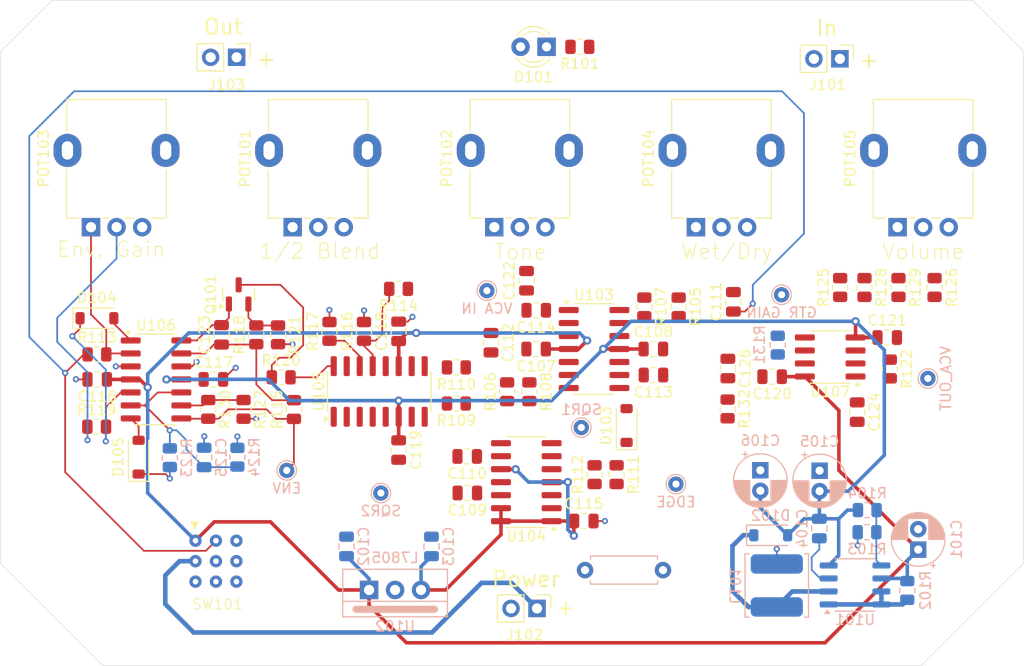
<source format=kicad_pcb>
(kicad_pcb (version 20240108) (generator "pcbnew") (generator_version "8.0")
  (layers (0 "F.Cu" signal) (1 "In1.Cu" signal) (2 "In2.Cu" signal) (31 "B.Cu" signal) (34 "B.Paste" user) (35 "F.Paste" user) (36 "B.SilkS" user "B.Silkscreen") (37 "F.SilkS" user "F.Silkscreen") (38 "B.Mask" user) (39 "F.Mask" user) (44 "Edge.Cuts" user))
  (net 0 "")
  (net 1 "GND")
  (net 2 "+9V")
  (net 3 "+5V")
  (net 4 "Net-(U101-CAP)")
  (net 5 "-9V")
  (net 6 "Net-(C109-Pad2)")
  (net 7 "/SQR1")
  (net 8 "Net-(C110-Pad2)")
  (net 9 "/SQR2")
  (net 10 "FX_IN")
  (net 11 "Net-(C111-Pad2)")
  (net 12 "Net-(U103B--)")
  (net 13 "GTR_GAIN")
  (net 14 "Net-(U103D--)")
  (net 15 "OCT_FULL")
  (net 16 "Net-(C122-Pad2)")
  (net 17 "Net-(Q101-B)")
  (net 18 "Net-(U106D--)")
  (net 19 "/OCT_VCA")
  (net 20 "Net-(C124-Pad2)")
  (net 21 "Net-(U106B--)")
  (net 22 "Net-(C126-Pad2)")
  (net 23 "Net-(C126-Pad1)")
  (net 24 "Net-(D101-K)")
  (net 25 "Net-(D102-K)")
  (net 26 "Net-(D103-A)")
  (net 27 "Net-(D103-K)")
  (net 28 "Net-(D104-A)")
  (net 29 "Net-(D104-K)")
  (net 30 "Net-(D105-K)")
  (net 31 "Net-(D105-A)")
  (net 32 "JACK_IN")
  (net 33 "JACK_OUT")
  (net 34 "Net-(POT101-Pad2)")
  (net 36 "Net-(POT102-Pad1)")
  (net 37 "Net-(POT103-Pad2)")
  (net 38 "Net-(U106A--)")
  (net 40 "Net-(POT104-Pad1)")
  (net 41 "Net-(POT104-Pad3)")
  (net 42 "Net-(POT105-Pad3)")
  (net 43 "Net-(Q101-C)")
  (net 44 "Net-(Q101-E)")
  (net 45 "Net-(U101-DRC)")
  (net 46 "Net-(U101-FB)")
  (net 47 "Net-(U103A--)")
  (net 48 "Net-(U103C--)")
  (net 49 "/Edge")
  (net 50 "Net-(U105A--)")
  (net 51 "ENV")
  (net 52 "Net-(U105A-+)")
  (net 53 "Net-(R120-Pad2)")
  (net 54 "Net-(U107A--)")
  (net 55 "Net-(U106C--)")
  (net 56 "Net-(U107B--)")
  (net 61 "Net-(U104B-D)")
  (net 62 "Net-(U104A-D)")
  (net 73 "Net-(J102-Pin_1)")
  (net 74 "Net-(U103C-+)")
  (net 75 "Net-(U103A-+)")
  (footprint "Capacitor_SMD:C_0805_2012Metric" (layer "F.Cu") (at 63.8124 36.6 180)
    (property "Reference" "C113")
    (property "Value" "1n")
  )
  (footprint "Package_SO:SOIC-16_3.9x9.9mm_P1.27mm" (layer "F.Cu") (at 37.01 38.2075 90)
    (property "Reference" "U105")
    (property "Value" "LM13700")
  )
  (footprint "Resistor_SMD:R_0805_2012Metric" (layer "F.Cu") (at 66.2762 29.9452 -90)
    (property "Reference" "R105")
    (property "Value" "10k")
  )
  (footprint "Resistor_SMD:R_0805_2012Metric" (layer "F.Cu") (at 9.425 34.59)
    (property "Reference" "R113")
    (property "Value" "22k")
  )
  (footprint "Potentiometer_THT:Potentiometer_Alpha_RD901F-40-00D_Single_Vertical" (layer "F.Cu") (at 28.55 22.149999 90)
    (property "Reference" "POT101")
    (property "Value" "100kB")
  )
  (footprint "Capacitor_SMD:C_0805_2012Metric" (layer "F.Cu") (at 75.41 36.762501 180)
    (property "Reference" "C120")
    (property "Value" "100n")
  )
  (footprint "Resistor_SMD:R_0805_2012Metric" (layer "F.Cu") (at 49.510001 38.235 90)
    (property "Reference" "R106")
    (property "Value" "47k")
  )
  (footprint "Potentiometer_THT:Potentiometer_Alpha_RD901F-40-00D_Single_Vertical" (layer "F.Cu") (at 67.9635 22.149999 90)
    (property "Reference" "POT104")
    (property "Value" "100kB")
  )
  (footprint "Capacitor_SMD:C_0805_2012Metric" (layer "F.Cu") (at 51.41 27.385 90)
    (property "Reference" "C122")
    (property "Value" "470n")
  )
  (footprint "Resistor_SMD:R_0805_2012Metric" (layer "F.Cu") (at 9.4 41.655)
    (property "Reference" "R119")
    (property "Value" "33k")
  )
  (footprint "Capacitor_SMD:C_0805_2012Metric" (layer "F.Cu") (at 52.3458 34.06 180)
    (property "Reference" "C107")
    (property "Value" "100n")
  )
  (footprint "Diode_SMD:D_SOD-123" (layer "F.Cu") (at 61.185 41.535 90)
    (property "Reference" "D103")
    (property "Value" "1N4148")
  )
  (footprint "Capacitor_SMD:C_0805_2012Metric" (layer "F.Cu") (at 21.6 32.6725 90)
    (property "Reference" "C123")
    (property "Value" "1n")
  )
  (footprint "Capacitor_SMD:C_0805_2012Metric" (layer "F.Cu") (at 71.6256 29.4477 90)
    (property "Reference" "C111")
    (property "Value" "1u")
  )
  (footprint "Resistor_SMD:R_0805_2012Metric" (layer "F.Cu") (at 38.9 28.1825 180)
    (property "Reference" "R114")
    (property "Value" "100k")
  )
  (footprint "Resistor_SMD:R_0805_2012Metric" (layer "F.Cu") (at 32.15 32.3325 90)
    (property "Reference" "R117")
    (property "Value" "680")
  )
  (footprint "Connector_PinHeader_2.54mm:PinHeader_1x02_P2.54mm_Vertical" (layer "F.Cu") (at 23.075 5.55 -90)
    (property "Reference" "J103")
    (property "Value" "OUT")
  )
  (footprint "Resistor_SMD:R_0805_2012Metric" (layer "F.Cu") (at 27.425 36.8225)
    (property "Reference" "R120")
    (property "Value" "4k7")
  )
  (footprint "Resistor_SMD:R_0805_2012Metric" (layer "F.Cu") (at 82.06 28.045 90)
    (property "Reference" "R125")
    (property "Value" "1k")
  )
  (footprint "Capacitor_SMD:C_0805_2012Metric" (layer "F.Cu") (at 45.623 48.1299 180)
    (property "Reference" "C109")
    (property "Value" "1u")
  )
  (footprint "Capacitor_SMD:C_0805_2012Metric" (layer "F.Cu") (at 9.45 37.03 180)
    (property "Reference" "C116")
    (property "Value" "100n")
  )
  (footprint "Package_SO:SO-14_3.9x8.65mm_P1.27mm" (layer "F.Cu") (at 51.385 47.0725 180)
    (property "Reference" "U104")
    (property "Value" "74HCT74")
  )
  (footprint "Package_TO_SOT_SMD:SOT-23" (layer "F.Cu") (at 23.275 28.7225 90)
    (property "Reference" "Q101")
    (property "Value" "BC857")
  )
  (footprint "Resistor_SMD:R_0805_2012Metric" (layer "F.Cu") (at 60.210001 46.3375 -90)
    (property "Reference" "R111")
    (property "Value" "47k")
  )
  (footprint "Capacitor_SMD:C_0805_2012Metric" (layer "F.Cu") (at 47.935 33.4425 -90)
    (property "Reference" "C112")
    (property "Value" "1n")
  )
  (footprint "Resistor_SMD:R_0805_2012Metric" (layer "F.Cu") (at 56.6162 4.526 180)
    (property "Reference" "R101")
    (property "Value" "1k")
  )
  (footprint "Potentiometer_THT:Potentiometer_Alpha_RD901F-40-00D_Single_Vertical" (layer "F.Cu") (at 87.67025 22.149999 90)
    (property "Reference" "POT105")
    (property "Value" "100kA")
  )
  (footprint "Connector_PinHeader_2.54mm:PinHeader_1x02_P2.54mm_Vertical" (layer "F.Cu") (at 52.435 59.4125 -90)
    (property "Reference" "J102")
    (property "Value" "PWR")
  )
  (footprint "Resistor_SMD:R_0805_2012Metric" (layer "F.Cu") (at 28.675 39.9725 90)
    (property "Reference" "R115")
    (property "Value" "100k")
  )
  (footprint "Capacitor_SMD:C_0805_2012Metric" (layer "F.Cu") (at 83.724313 40.2235 -90)
    (property "Reference" "C124")
    (property "Value" "1u")
  )
  (footprint "Capacitor_SMD:C_0805_2012Metric" (layer "F.Cu") (at 52.357001 30.2754 180)
    (property "Reference" "C114")
    (property "Value" "1u")
  )
  (footprint "Resistor_SMD:R_0805_2012Metric" (layer "F.Cu") (at 27.125 32.6725 -90)
    (property "Reference" "R121")
    (property "Value" "470")
  )
  (footprint "Resistor_SMD:R_0805_2012Metric" (layer "F.Cu") (at 44.55 39.388102 180)
    (property "Reference" "R109")
    (property "Value" "100k")
  )
  (footprint "Resistor_SMD:R_0805_2012Metric" (layer "F.Cu") (at 44.55 35.8575 180)
    (property "Reference" "R110")
    (property "Value" "1k")
  )
  (footprint "Package_SO:SOIC-8_3.9x4.9mm_P1.27mm" (layer "F.Cu") (at 81.085 34.8375 180)
    (property "Reference" "U107")
    (property "Value" "TL072")
  )
  (footprint "Resistor_SMD:R_0805_2012Metric" (layer "F.Cu") (at 35.525 32.3325 90)
    (property "Reference" "R116")
    (property "Value" "680")
  )
  (footprint "Capacitor_SMD:C_0805_2012Metric" (layer "F.Cu") (at 86.66 32.937501)
    (property "Reference" "C121")
    (property "Value" "100n")
  )
  (footprint "Resistor_SMD:R_0805_2012Metric" (layer "F.Cu") (at 58.06 46.3375 90)
    (property "Reference" "R112")
    (property "Value" "47k")
  )
  (footprint "Resistor_SMD:R_0805_2012Metric" (layer "F.Cu") (at 62.923399 29.9452 90)
    (property "Reference" "R107")
    (property "Value" "220k")
  )
  (footprint "Resistor_SMD:R_0805_2012Metric" (layer "F.Cu") (at 87.76 28.045 -90)
    (property "Reference" "R129")
    (property "Value" "100k")
  )
  (footprint "Potentiometer_THT:Potentiometer_Alpha_RD901F-40-00D_Single_Vertical" (layer "F.Cu") (at 8.84325 22.149999 90)
    (property "Reference" "POT103")
    (property "Value" "100kB")
  )
  (footprint "Capacitor_SMD:C_0805_2012Metric" (layer "F.Cu") (at 63.8012 34.06)
    (property "Reference" "C108")
    (property "Value" "100n")
  )
  (footprint "Resistor_SMD:R_0805_2012Metric" (layer "F.Cu") (at 25 32.6725 90)
    (property "Reference" "R118")
    (property "Value" "47k")
  )
  (footprint "Diode_SMD:D_SOD-123" (layer "F.Cu") (at 13.5 44.63 90)
    (property "Reference" "D105")
    (property "Value" "1N4148")
  )
  (footprint "Package_SO:SOIC-14_3.9x8.7mm_P1.27mm" (layer "F.Cu") (at 15.2 37.0325)
    (property "Reference" "U106")
    (property "Value" "TL074")
  )
  (footprint "Connector_PinHeader_2.54mm:PinHeader_1x02_P2.54mm_Vertical" (layer "F.Cu") (at 82.035 5.7 -90)
    (property "Reference" "J101")
    (property "Value" "IN")
  )
  (footprint "Capacitor_SMD:C_0805_2012Metric" (layer "F.Cu") (at 71.084999 35.9625 -90)
    (property "Reference" "C126")
    (property "Value" "1u")
  )
  (footprint "Resistor_SMD:R_0805_2012Metric" (layer "F.Cu") (at 91.284999 28.045 90)
    (property "Reference" "R126")
    (property "Value" "1k")
  )
  (footprint "Capacitor_SMD:C_0805_2012Metric" (layer "F.Cu") (at 20.8 37.03)
    (property "Reference" "C117")
    (property "Value" "100n")
  )
  (footprint "LED_THT:LED_D3.0mm" (layer "F.Cu") (at 53.365 4.526 180)
    (property "Reference" "D101")
    (property "Value" "LED")
  )
  (footprint "Resistor_SMD:R_0805_2012Metric" (layer "F.Cu") (at 51.685 38.235 -90)
    (property "Reference" "R108")
    (property "Value" "47k")
  )
  (footprint "Resistor_SMD:R_0805_2012Metric" (layer "F.Cu") (at 84.435 28.045 -90)
    (property "Reference" "R128")
    (property "Value" "100k")
  )
  (footprint "Capacitor_SMD:C_0805_2012Metric" (layer "F.Cu") (at 38.91 32.3325 90)
    (property "Reference" "C118")
    (property "Value" "100n")
  )
  (footprint "Capacitor_SMD:C_0805_2012Metric" (layer "F.Cu") (at 45.61 44.5575 180)
    (property "Reference" "C110")
    (property "Value" "1u")
  )
  (footprint "Resistor_SMD:R_0805_2012Metric" (layer "F.Cu") (at 20.3 39.9575 -90)
    (property "Reference" "R130")
    (property "Value" "100k")
  )
  (footprint "Capacitor_SMD:C_0805_2012Metric" (layer "F.Cu") (at 38.91 43.9325 -90)
    (property "Reference" "C119")
    (property "Value" "100n")
  )
  (footprint "Resistor_SMD:R_0805_2012Metric" (layer "F.Cu") (at 86.91 36.012501 -90)
    (property "Reference" "R122")
    (property "Value" "10k")
  )
  (footprint "Resistor_SMD:R_0805_2012Metric" (layer "F.Cu") (at 23.75 39.9575 -90)
    (property "Reference" "R127")
    (property "Value" "47k")
  )
  (footprint "Connector_Audio:StompSwitchBreakout_P200" (layer "F.Cu") (at 21.055 58.7925)
    (property "Reference" "SW101")
    (property "Value" "Stomp")
  )
  (footprint "Resistor_SMD:R_0805_2012Metric" (layer "F.Cu") (at 71.06 39.912499 -90)
    (property "Reference" "R132")
    (property "Value" "470")
  )
  (footprint "Package_SO:SOIC-14_3.9x8.7mm_P1.27mm" (layer "F.Cu") (at 58.01 34.06)
    (property "Reference" "U103")
    (property "Value" "TL074")
  )
  (footprint "Capacitor_SMD:C_0805_2012Metric" (layer "F.Cu") (at 57.0082 50.8695)
    (property "Reference" "C115")
    (property "Value" "100n")
  )
  (footprint "Potentiometer_THT:Potentiometer_Alpha_RD901F-40-00D_Single_Vertical" (layer "F.Cu") (at 48.25675 22.149999 90)
    (property "Reference" "POT102")
    (property "Value" "100kA")
  )
  (footprint "Diode_SMD:D_SOD-123" (layer "F.Cu") (at 9.425 31.0475)
    (property "Reference" "D104")
    (property "Value" "1N4148")
  )
  (footprint "Package_SO:SO-8_3.9x4.9mm_P1.27mm" (layer "B.Cu") (at 83.513699 57.1177)
    (property "Reference" "U101")
    (property "Value" "AZ34063U")
  )
  (footprint "TestPoint:TestPoint_THTPad_D1.5mm_Drill0.7mm_VAL" (layer "B.Cu") (at 56.76 41.735)
    (property "Reference" "TP106" (hide yes))
    (property "Value" "SQR1")
  )
  (footprint "Resistor_SMD:R_0805_2012Metric" (layer "B.Cu") (at 88.6191 57.6511 -90)
    (property "Reference" "R102")
    (property "Value" "0.24R")
  )
  (footprint "Capacitor_SMD:C_0805_2012Metric" (layer "B.Cu") (at 42.117 53.3515 90)
    (property "Reference" "C103")
    (property "Value" "100n")
  )
  (footprint "TestPoint:TestPoint_THTPad_D1.5mm_Drill0.7mm_VAL" (layer "B.Cu") (at 47.535 28.3575 180)
    (property "Reference" "TP103" (hide yes))
    (property "Value" "VCA IN")
  )
  (footprint "Resistor_SMD:R_0805_2012Metric" (layer "B.Cu") (at 84.7075 49.8025 180)
    (property "Reference" "R104")
    (property "Value" "8k2")
  )
  (footprint "Resistor_SMD:R_0805_2012Metric" (layer "B.Cu") (at 75.96 33.6775 -90)
    (property "Reference" "R131")
    (property "Value" "22k")
  )
  (footprint "Capacitor_SMD:C_0805_2012Metric" (layer "B.Cu") (at 33.817 53.3515 90)
    (property "Reference" "C102")
    (property "Value" "100n")
  )
  (footprint "Capacitor_THT:CP_Radial_D5.0mm_P2.00mm" (layer "B.Cu") (at 80.0497 45.948298 -90)
    (property "Reference" "C105")
    (property "Value" "470u")
  )
  (footprint "Capacitor_THT:CP_Radial_D5.0mm_P2.00mm" (layer "B.Cu") (at 89.6859 53.6633 90)
    (property "Reference" "C101")
    (property "Value" "100u")
  )
  (footprint "TestPoint:TestPoint_THTPad_D1.5mm_Drill0.7mm_VAL" (layer "B.Cu") (at 90.635 36.9325 -90)
    (property "Reference" "TP104" (hide yes))
    (property "Value" "VCA_OUT")
  )
  (footprint "TestPoint:TestPoint_THTPad_D1.5mm_Drill0.7mm_VAL" (layer "B.Cu") (at 66.01 47.2625 180)
    (property "Reference" "TP105" (hide yes))
    (property "Value" "EDGE")
  )
  (footprint "Resistor_SMD:R_0805_2012Metric" (layer "B.Cu") (at 23.15 44.6325 90)
    (property "Reference" "R124")
    (property "Value" "22k")
  )
  (footprint "Inductor_SMD:L_TDK_VLS6045EX_VLS6045AF" (layer "B.Cu") (at 75.865499 57.1681 90)
    (property "Reference" "L101")
    (property "Value" "68uH")
  )
  (footprint "Capacitor_SMD:C_0805_2012Metric" (layer "B.Cu") (at 19.9 44.6575 90)
    (property "Reference" "C125")
    (property "Value" "1u")
  )
  (footprint "Capacitor_SMD:C_0805_2012Metric" (layer "B.Cu") (at 80.024301 51.60241 90)
    (property "Reference" "C104")
    (property "Value" "470p")
  )
  (footprint "Resistor_THT:R_Axial_DIN0207_L6.3mm_D2.5mm_P7.62mm_Horizontal" (layer "B.Cu") (at 57.125 55.6675)
    (property "Reference" "R133" (hide yes))
    (property "Value" "LOOP")
  )
  (footprint "PCM_4ms_Package_TO:TO-220-3_Vertical" (layer "B.Cu") (at 38.56 57.6075)
    (property "Reference" "U102")
    (property "Value" "L7805")
  )
  (footprint "Resistor_SMD:R_0805_2012Metric" (layer "B.Cu") (at 16.55 44.6825 90)
    (property "Reference" "R123")
    (property "Value" "680")
  )
  (footprint "Capacitor_THT:CP_Radial_D5.0mm_P2.00mm" (layer "B.Cu") (at 74.2585 45.912811 -90)
    (property "Reference" "C106")
    (property "Value" "470u")
  )
  (footprint "Diode_SMD:D_SOD-123" (layer "B.Cu") (at 75.2745 52.262811)
    (property "Reference" "D102")
    (property "Value" "PMEG3030")
  )
  (footprint "TestPoint:TestPoint_THTPad_D1.5mm_Drill0.7mm_VAL" (layer "B.Cu") (at 76.335 28.7575 180)
    (property "Reference" "TP101" (hide yes))
    (property "Value" "GTR GAIN")
  )
  (footprint "TestPoint:TestPoint_THTPad_D1.5mm_Drill0.7mm_VAL" (layer "B.Cu") (at 37.175 48.1325 180)
    (property "Reference" "TP107" (hide yes))
    (property "Value" "SQR2")
  )
  (footprint "Resistor_SMD:R_0805_2012Metric" (layer "B.Cu") (at 84.6821 51.9615)
    (property "Reference" "R103")
    (property "Value" "51k")
  )
  (footprint "TestPoint:TestPoint_THTPad_D1.5mm_Drill0.7mm_VAL" (layer "B.Cu") (at 27.975 45.9225 180)
    (property "Reference" "TP102" (hide yes))
    (property "Value" "ENV")
  )
  (gr_line (start 100 5) (end 100 55) (stroke (width 0.05)) (layer "Edge.Cuts"))
  (gr_line (start 90 65) (end 10 65) (stroke (width 0.05)) (layer "Edge.Cuts"))
  (gr_line (start 95 0) (end 100 5) (stroke (width 0.05)) (layer "Edge.Cuts"))
  (gr_line (start 5 0) (end 95 0) (stroke (width 0.05)) (layer "Edge.Cuts"))
  (gr_line (start 10 65) (end 0 55) (stroke (width 0.05)) (layer "Edge.Cuts"))
  (gr_line (start 0 55) (end 0 5) (stroke (width 0.05)) (layer "Edge.Cuts"))
  (gr_line (start 100 55) (end 90 65) (stroke (width 0.05)) (layer "Edge.Cuts"))
  (gr_line (start 0 5) (end 5 0) (stroke (width 0.05)) (layer "Edge.Cuts"))
  (gr_text "1/2 Blend" (at 25.22425 25.362199 0) (layer "F.SilkS") (effects (font (size 1.5 1.5) (thickness 0.1)) (justify left bottom)))
  (gr_text "In" (at 79.59 3.56 0) (layer "F.SilkS") (effects (font (size 1.5 1.5) (thickness 0.2) (bold yes)) (justify left bottom)))
  (gr_text "Env. Gain" (at 5.42925 25.197199 0) (layer "F.SilkS") (effects (font (size 1.5 1.5) (thickness 0.1)) (justify left bottom)))
  (gr_text "Out" (at 19.72 3.44 0) (layer "F.SilkS") (effects (font (size 1.5 1.5) (thickness 0.2) (bold yes)) (justify left bottom)))
  (gr_text "+" (at 54.175 60.1925 0) (layer "F.SilkS") (effects (font (size 1.5 1.5) (thickness 0.2) (bold yes)) (justify left bottom)))
  (gr_text "Power" (at 47.895 57.4225 0) (layer "F.SilkS") (effects (font (size 1.5 1.5) (thickness 0.2) (bold yes)) (justify left bottom)))
  (gr_text "Wet/Dry" (at 66.41425 25.412199 0) (layer "F.SilkS") (effects (font (size 1.5 1.5) (thickness 0.1)) (justify left bottom)))
  (gr_text "Tone" (at 48.16425 25.442199 0) (layer "F.SilkS") (effects (font (size 1.5 1.5) (thickness 0.1)) (justify left bottom)))
  (gr_text "+" (at 83.81 6.69 0) (layer "F.SilkS") (effects (font (size 1.5 1.5) (thickness 0.2) (bold yes)) (justify left bottom)))
  (gr_text "Volume" (at 86.08425 25.412199 0) (layer "F.SilkS") (effects (font (size 1.5 1.5) (thickness 0.1)) (justify left bottom)))
  (gr_text "+" (at 24.91 6.57 0) (layer "F.SilkS") (effects (font (size 1.5 1.5) (thickness 0.2) (bold yes)) (justify left bottom)))
  (segment (start 22.879999 35.9) (end 22.99 35.9) (width 0.17) (layer "F.Cu") (net 1))
  (segment (start 18.7075 35.7625) (end 19.16 35.31) (width 0.17) (layer "F.Cu") (net 1))
  (segment (start 7.39 37.03) (end 7.37 37.01) (width 0.17) (layer "F.Cu") (net 1))
  (segment (start 21.749999 37.03) (end 22.879999 35.9) (width 0.17) (layer "F.Cu") (net 1))
  (segment (start 35.525 30.295) (end 35.53 30.29) (width 0.17) (layer "F.Cu") (net 1))
  (segment (start 32.15 31.42) (end 32.15 30.26) (width 0.17) (layer "F.Cu") (net 1))
  (segment (start 23.75 40.87) (end 24.99 40.87) (width 0.17) (layer "F.Cu") (net 1))
  (segment (start 32.15 30.26) (end 32.14 30.25) (width 0.17) (layer "F.Cu") (net 1))
  (segment (start 57.958199 50.8695) (end 59.062 50.8695) (width 0.17) (layer "F.Cu") (net 1))
  (segment (start 38.91 31.382501) (end 39.797499 31.382501) (width 0.17) (layer "F.Cu") (net 1))
  (segment (start 59.062 50.8695) (end 59.065 50.8725) (width 0.17) (layer "F.Cu") (net 1))
  (segment (start 17.675 35.7625) (end 18.7075 35.7625) (width 0.17) (layer "F.Cu") (net 1))
  (segment (start 35.525 31.42) (end 35.525 30.295) (width 0.17) (layer "F.Cu") (net 1))
  (segment (start 28.535 33.585) (end 28.54 33.59) (width 0.17) (layer "F.Cu") (net 1))
  (segment (start 12.725 35.7625) (end 11.2725 35.7625) (width 0.17) (layer "F.Cu") (net 1))
  (segment (start 11.2725 35.7625) (end 11.27 35.76) (width 0.17) (layer "F.Cu") (net 1))
  (segment (start 39.797499 31.382501) (end 40.26 30.92) (width 0.17) (layer "F.Cu") (net 1))
  (segment (start 27.125 33.585) (end 28.535 33.585) (width 0.17) (layer "F.Cu") (net 1))
  (segment (start 8.500001 37.03) (end 7.39 37.03) (width 0.17) (layer "F.Cu") (net 1))
  (via (at 19.91 42.59) (size 0.6) (drill 0.3) (layers "F.Cu" "B.Cu") (net 1))
  (via (at 23.15 42.61) (size 0.6) (drill 0.3) (layers "F.Cu" "B.Cu") (net 1))
  (via (at 22.99 35.9) (size 0.6) (drill 0.3) (layers "F.Cu" "B.Cu") (net 1))
  (via (at 75.865 53.6025) (size 0.6) (drill 0.3) (layers "F.Cu" "B.Cu") (net 1))
  (via (at 11.27 35.76) (size 0.6) (drill 0.3) (layers "F.Cu" "B.Cu") (net 1))
  (via (at 40.26 30.92) (size 0.6) (drill 0.3) (layers "F.Cu" "B.Cu") (net 1))
  (via (at 32.14 30.25) (size 0.6) (drill 0.3) (layers "F.Cu" "B.Cu") (net 1))
  (via (at 19.16 35.31) (size 0.6) (drill 0.3) (layers "F.Cu" "B.Cu") (net 1))
  (via (at 24.99 40.87) (size 0.6) (drill 0.3) (layers "F.Cu" "B.Cu") (net 1))
  (via (at 28.54 33.59) (size 0.6) (drill 0.3) (layers "F.Cu" "B.Cu") (net 1))
  (via (at 83.765 53.2525) (size 0.6) (drill 0.3) (layers "F.Cu" "B.Cu") (net 1))
  (via (at 59.065 50.8725) (size 0.6) (drill 0.3) (layers "F.Cu" "B.Cu") (net 1))
  (via (at 35.53 30.29) (size 0.6) (drill 0.3) (layers "F.Cu" "B.Cu") (net 1))
  (via (at 7.37 37.01) (size 0.6) (drill 0.3) (layers "F.Cu" "B.Cu") (net 1))
  (segment (start 75.865499 53.602999) (end 75.865 53.6025) (width 0.17) (layer "B.Cu") (net 1))
  (segment (start 75.865499 55.0681) (end 75.865499 53.602999) (width 0.17) (layer "B.Cu") (net 1))
  (segment (start 19.9 43.707501) (end 19.9 42.6) (width 0.17) (layer "B.Cu") (net 1))
  (segment (start 23.15 43.72) (end 23.15 42.61) (width 0.17) (layer "B.Cu") (net 1))
  (segment (start 83.7696 51.9615) (end 83.7696 53.2479) (width 0.17) (layer "B.Cu") (net 1))
  (segment (start 83.7696 53.2479) (end 83.765 53.2525) (width 0.17) (layer "B.Cu") (net 1))
  (segment (start 19.9 42.6) (end 19.91 42.59) (width 0.17) (layer "B.Cu") (net 1))
  (segment (start 14.385 37.8025) (end 13.615 37.0325) (width 0.35) (layer "F.Cu") (net 2))
  (segment (start 78.61 36.7425) (end 81.935 40.0675) (width 0.35) (layer "F.Cu") (net 2))
  (segment (start 55.535 34.06) (end 53.295799 34.06) (width 0.35) (layer "F.Cu") (net 2))
  (segment (start 33.245 57.6125) (end 33.25 57.6075) (width 0.35) (layer "F.Cu") (net 2))
  (segment (start 19.055 52.7925) (end 20.895 50.9525) (width 0.35) (layer "F.Cu") (net 2))
  (segment (start 38.915 33.287499) (end 38.91 33.282499) (width 0.35) (layer "F.Cu") (net 2))
  (segment (start 57.325 33.2325) (end 56.4975 34.06) (width 0.35) (layer "F.Cu") (net 2))
  (segment (start 39.699999 32.4925) (end 38.91 33.282499) (width 0.35) (layer "F.Cu") (net 2))
  (segment (start 81.935 40.0675) (end 81.935 45.9124) (width 0.35) (layer "F.Cu") (net 2))
  (segment (start 38.915 35.7325) (end 38.915 33.287499) (width 0.35) (layer "F.Cu") (net 2))
  (segment (start 36.02 59.1175) (end 39.675 62.7725) (width 0.35) (layer "F.Cu") (net 2))
  (segment (start 40.625 32.4925) (end 39.699999 32.4925) (width 0.35) (layer "F.Cu") (net 2))
  (segment (start 20.895 50.9525) (end 26.385 50.9525) (width 0.35) (layer "F.Cu") (net 2))
  (segment (start 10.402499 37.0325) (end 10.399999 37.03) (width 0.35) (layer "F.Cu") (net 2))
  (segment (start 80.5767 62.7725) (end 89.6859 53.6633) (width 0.35) (layer "F.Cu") (net 2))
  (segment (start 26.385 50.9525) (end 33.045 57.6125) (width 0.35) (layer "F.Cu") (net 2))
  (segment (start 13.615 37.0325) (end 12.725 37.0325) (width 0.35) (layer "F.Cu") (net 2))
  (segment (start 78.589999 36.762501) (end 78.61 36.7425) (width 0.35) (layer "F.Cu") (net 2))
  (segment (start 81.935 45.9124) (end 89.6859 53.6633) (width 0.35) (layer "F.Cu") (net 2))
  (segment (start 33.045 57.6125) (end 33.245 57.6125) (width 0.35) (layer "F.Cu") (net 2))
  (segment (start 12.725 37.0325) (end 10.402499 37.0325) (width 0.35) (layer "F.Cu") (net 2))
  (segment (start 39.675 62.7725) (end 80.5767 62.7725) (width 0.35) (layer "F.Cu") (net 2))
  (segment (start 33.25 57.6075) (end 36.02 57.6075) (width 0.35) (layer "F.Cu") (net 2))
  (segment (start 76.359999 36.762501) (end 78.589999 36.762501) (width 0.35) (layer "F.Cu") (net 2))
  (segment (start 36.02 57.6075) (end 36.02 59.1175) (width 0.35) (layer "F.Cu") (net 2))
  (segment (start 56.4975 34.06) (end 55.535 34.06) (width 0.35) (layer "F.Cu") (net 2))
  (via (at 14.385 37.8025) (size 0.8) (drill 0.4) (layers "F.Cu" "B.Cu") (net 2))
  (via (at 57.325 33.2325) (size 0.8) (drill 0.4) (layers "F.Cu" "B.Cu") (net 2))
  (via (at 40.625 32.4925) (size 0.8) (drill 0.4) (layers "F.Cu" "B.Cu") (net 2))
  (segment (start 56.585 32.4925) (end 57.325 33.2325) (width 0.35) (layer "B.Cu") (net 2))
  (segment (start 88.3632 56.4827) (end 88.6191 56.7386) (width 0.35) (layer "B.Cu") (net 2))
  (segment (start 86.088699 56.4827) (end 88.3632 56.4827) (width 0.35) (layer "B.Cu") (net 2))
  (segment (start 19.055 52.7925) (end 14.385 48.1225) (width 0.35) (layer "B.Cu") (net 2))
  (segment (start 33.817 54.301499) (end 36.02 56.504499) (width 0.35) (layer "B.Cu") (net 2))
  (segment (start 18.395 32.4925) (end 40.625 32.4925) (width 0.35) (layer "B.Cu") (net 2))
  (segment (start 40.625 32.4925) (end 56.585 32.4925) (width 0.35) (layer "B.Cu") (net 2))
  (segment (start 14.385 36.5025) (end 18.395 32.4925) (width 0.35) (layer "B.Cu") (net 2))
  (segment (start 14.385 48.1225) (end 14.385 37.8025) (width 0.35) (layer "B.Cu") (net 2))
  (segment (start 36.02 56.504499) (end 36.02 57.6075) (width 0.35) (layer "B.Cu") (net 2))
  (segment (start 88.6191 56.7386) (end 88.6191 54.7301) (width 0.35) (layer "B.Cu") (net 2))
  (segment (start 14.385 37.8025) (end 14.385 36.5025) (width 0.35) (layer "B.Cu") (net 2))
  (segment (start 88.6191 54.7301) (end 89.6859 53.6633) (width 0.35) (layer "B.Cu") (net 2))
  (segment (start 48.915 52.1925) (end 48.91 52.1875) (width 0.35) (layer "F.Cu") (net 3))
  (segment (start 48.92 45.8125) (end 48.91 45.8025) (width 0.35) (layer "F.Cu") (net 3))
  (segment (start 48.91 52.1875) (end 48.91 50.8825) (width 0.35) (layer "F.Cu") (net 3))
  (segment (start 53.86 50.8825) (end 48.91 50.8825) (width 0.35) (layer "F.Cu") (net 3))
  (segment (start 56.035 50.892701) (end 56.058201 50.8695) (width 0.35) (layer "F.Cu") (net 3))
  (segment (start 48.91 50.8825) (end 48.91 49.6125) (width 0.35) (layer "F.Cu") (net 3))
  (segment (start 43.5 57.6075) (end 48.915 52.1925) (width 0.35) (layer "F.Cu") (net 3))
  (segment (start 56.058201 50.8695) (end 53.873 50.8695) (width 0.35) (layer "F.Cu") (net 3))
  (segment (start 53.86 47.0725) (end 55.435 47.0725) (width 0.35) (layer "F.Cu") (net 3))
  (segment (start 41.1 57.6075) (end 43.5 57.6075) (width 0.35) (layer "F.Cu") (net 3))
  (segment (start 56.035 52.3025) (end 56.035 50.892701) (width 0.35) (layer "F.Cu") (net 3))
  (segment (start 55.435 47.0725) (end 55.445 47.0625) (width 0.35) (layer "F.Cu") (net 3))
  (segment (start 53.873 50.8695) (end 53.86 50.8825) (width 0.35) (layer "F.Cu") (net 3))
  (segment (start 50.345 45.8125) (end 48.92 45.8125) (width 0.35) (layer "F.Cu") (net 3))
  (via (at 50.345 45.8125) (size 0.8) (drill 0.4) (layers "F.Cu" "B.Cu") (net 3))
  (via (at 55.445 47.0625) (size 0.8) (drill 0.4) (layers "F.Cu" "B.Cu") (net 3))
  (via (at 56.035 52.3025) (size 0.8) (drill 0.4) (layers "F.Cu" "B.Cu") (net 3))
  (segment (start 51.595 47.0625) (end 50.345 45.8125) (width 0.35) (layer "B.Cu") (net 3))
  (segment (start 55.445 47.0625) (end 55.445 51.7125) (width 0.35) (layer "B.Cu") (net 3))
  (segment (start 41.1 57.6075) (end 41.1 55.318499) (width 0.35) (layer "B.Cu") (net 3))
  (segment (start 55.445 47.0625) (end 51.595 47.0625) (width 0.35) (layer "B.Cu") (net 3))
  (segment (start 41.1 55.318499) (end 42.117 54.301499) (width 0.35) (layer "B.Cu") (net 3))
  (segment (start 55.445 51.7125) (end 56.035 52.3025) (width 0.35) (layer "B.Cu") (net 3))
  (segment (start 80.025 53.6525) (end 80.024301 53.651801) (width 0.17) (layer "B.Cu") (net 4))
  (segment (start 79.275 55.6525) (end 79.275 54.4025) (width 0.17) (layer "B.Cu") (net 4))
  (segment (start 79.275 54.4025) (end 80.025 53.6525) (width 0.17) (layer "B.Cu") (net 4))
  (segment (start 80.024301 53.651801) (end 80.024301 52.552409) (width 0.17) (layer "B.Cu") (net 4))
  (segment (start 80.938699 56.4827) (end 80.1052 56.4827) (width 0.17) (layer "B.Cu") (net 4))
  (segment (start 80.1052 56.4827) (end 79.275 55.6525) (width 0.17) (layer "B.Cu") (net 4))
  (segment (start 83.565001 32.937501) (end 83.56 32.9325) (width 0.35) (layer "F.Cu") (net 5))
  (segment (start 17.675 37.0325) (end 19.847501 37.0325) (width 0.35) (layer "F.Cu") (net 5))
  (segment (start 38.915 39.1025) (end 38.915 40.6825) (width 0.35) (layer "F.Cu") (net 5))
  (segment (start 38.915 40.6825) (end 38.915 42.977501) (width 0.35) (layer "F.Cu") (net 5))
  (segment (start 38.915 42.977501) (end 38.91 42.982501) (width 0.35) (layer "F.Cu") (net 5))
  (segment (start 83.565 32.9275) (end 83.56 32.9325) (width 0.35) (layer "F.Cu") (net 5))
  (segment (start 60.485 34.06) (end 62.851201 34.06) (width 0.35) (layer "F.Cu") (net 5))
  (segment (start 16.215 37.0325) (end 17.675 37.0325) (width 0.35) (layer "F.Cu") (net 5))
  (segment (start 60.4775 34.0525) (end 60.485 34.06) (width 0.35) (layer "F.Cu") (net 5))
  (segment (start 58.905 34.0525) (end 60.4775 34.0525) (width 0.35) (layer "F.Cu") (net 5))
  (segment (start 19.847501 37.0325) (end 19.850001 37.03) (width 0.35) (layer "F.Cu") (net 5))
  (segment (start 85.710001 32.937501) (end 83.565001 32.937501) (width 0.35) (layer "F.Cu") (net 5))
  (segment (start 83.565 31.3525) (end 83.565 32.9275) (width 0.35) (layer "F.Cu") (net 5))
  (via (at 38.915 39.1025) (size 0.8) (drill 0.4) (layers "F.Cu" "B.Cu") (net 5))
  (via (at 58.905 34.0525) (size 0.8) (drill 0.4) (layers "F.Cu" "B.Cu") (net 5))
  (via (at 83.565 31.3525) (size 0.8) (drill 0.4) (layers "F.Cu" "B.Cu") (net 5))
  (via (at 16.215 37.0325) (size 0.8) (drill 0.4) (layers "F.Cu" "B.Cu") (net 5))
  (segment (start 58.905 34.0525) (end 53.855 39.1025) (width 0.35) (layer "B.Cu") (net 5))
  (segment (start 80.0497 47.948299) (end 82.859201 47.948299) (width 0.35) (layer "B.Cu") (net 5))
  (segment (start 26.175 37.0225) (end 16.225 37.0225) (width 0.35) (layer "B.Cu") (net 5))
  (segment (start 81.915 54.2364) (end 81.915 50.6625) (width 0.35) (layer "B.Cu") (net 5))
  (segment (start 61.605 31.3525) (end 58.905 34.0525) (width 0.35) (layer "B.Cu") (net 5))
  (segment (start 81.915 50.6625) (end 81.904911 50.652411) (width 0.35) (layer "B.Cu") (net 5))
  (segment (start 80.938699 55.212701) (end 81.915 54.2364) (width 0.35) (layer "B.Cu") (net 5))
  (segment (start 81.915 50.6625) (end 82.775 49.8025) (width 0.35) (layer "B.Cu") (net 5))
  (segment (start 82.775 49.8025) (end 83.795 49.8025) (width 0.35) (layer "B.Cu") (net 5))
  (segment (start 74.2585 47.912812) (end 74.2585 49.596811) (width 0.35) (layer "B.Cu") (net 5))
  (segment (start 78.5349 50.652411) (end 76.9245 52.262811) (width 0.35) (layer "B.Cu") (net 5))
  (segment (start 16.225 37.0225) (end 16.215 37.0325) (width 0.35) (layer "B.Cu") (net 5))
  (segment (start 74.2585 49.596811) (end 76.9245 52.262811) (width 0.35) (layer "B.Cu") (net 5))
  (segment (start 80.024301 50.652411) (end 80.024301 47.973698) (width 0.35) (layer "B.Cu") (net 5))
  (segment (start 86.375 34.1625) (end 83.565 31.3525) (width 0.35) (layer "B.Cu") (net 5))
  (segment (start 28.255 39.1025) (end 26.175 37.0225) (width 0.35) (layer "B.Cu") (net 5))
  (segment (start 81.904911 50.652411) (end 80.024301 50.652411) (width 0.35) (layer "B.Cu") (net 5))
  (segment (start 80.024301 50.652411) (end 78.5349 50.652411) (width 0.35) (layer "B.Cu") (net 5))
  (segment (start 53.855 39.1025) (end 38.915 39.1025) (width 0.35) (layer "B.Cu") (net 5))
  (segment (start 83.565 31.3525) (end 61.605 31.3525) (width 0.35) (layer "B.Cu") (net 5))
  (segment (start 38.915 39.1025) (end 28.255 39.1025) (width 0.35) (layer "B.Cu") (net 5))
  (segment (start 86.375 44.4325) (end 86.375 34.1625) (width 0.35) (layer "B.Cu") (net 5))
  (segment (start 82.859201 47.948299) (end 86.375 44.4325) (width 0.35) (layer "B.Cu") (net 5))
  (segment (start 80.024301 47.973698) (end 80.0497 47.948299) (width 0.35) (layer "B.Cu") (net 5))
  (segment (start 71.6256 30.397699) (end 72.742301 30.397699) (width 0.17) (layer "F.Cu") (net 10))
  (segment (start 20.0675 53.78) (end 21.055 52.7925) (width 0.17) (layer "F.Cu") (net 10))
  (segment (start 6.32 36.4) (end 6.32 46.09) (width 0.17) (layer "F.Cu") (net 10))
  (segment (start 14.01 53.78) (end 20.0675 53.78) (width 0.17) (layer "F.Cu") (net 10))
  (segment (start 6.32 46.09) (end 14.01 53.78) (width 0.17) (layer "F.Cu") (net 10))
  (segment (start 8.5125 34.59) (end 8.13 34.59) (width 0.17) (layer "F.Cu") (net 10))
  (segment (start 72.742301 30.397699) (end 73.52 29.62) (width 0.17) (layer "F.Cu") (net 10))
  (segment (start 8.13 34.59) (end 6.32 36.4) (width 0.17) (layer "F.Cu") (net 10))
  (via (at 73.52 29.62) (size 0.6) (drill 0.3) (layers "F.Cu" "B.Cu") (net 10))
  (via (at 6.32 36.4) (size 0.6) (drill 0.3) (layers "F.Cu" "B.Cu") (net 10))
  (segment (start 2.81 13.26) (end 2.81 32.89) (width 0.17) (layer "B.Cu") (net 10))
  (segment (start 2.81 32.89) (end 6.32 36.4) (width 0.17) (layer "B.Cu") (net 10))
  (segment (start 7.2 8.87) (end 2.81 13.26) (width 0.17) (layer "B.Cu") (net 10))
  (segment (start 76.38 8.87) (end 7.2 8.87) (width 0.17) (layer "B.Cu") (net 10))
  (segment (start 78.52 11.01) (end 76.38 8.87) (width 0.17) (layer "B.Cu") (net 10))
  (segment (start 78.52 22.79) (end 78.52 11.01) (width 0.17) (layer "B.Cu") (net 10))
  (segment (start 73.52 27.79) (end 78.52 22.79) (width 0.17) (layer "B.Cu") (net 10))
  (segment (start 73.52 29.62) (end 73.52 27.79) (width 0.17) (layer "B.Cu") (net 10))
  (segment (start 21.6 31.722501) (end 22.325 30.997501) (width 0.17) (layer "F.Cu") (net 17))
  (segment (start 17.675 33.2225) (end 19.1875 33.2225) (width 0.17) (layer "F.Cu") (net 17))
  (segment (start 19.1875 33.2225) (end 20.687499 31.722501) (width 0.17) (layer "F.Cu") (net 17))
  (segment (start 20.687499 31.722501) (end 21.6 31.722501) (width 0.17) (layer "F.Cu") (net 17))
  (segment (start 22.325 30.997501) (end 22.325 29.66) (width 0.17) (layer "F.Cu") (net 17))
  (segment (start 28.675 39.06) (end 26.54 39.06) (width 0.17) (layer "F.Cu") (net 18))
  (segment (start 17.675 34.4925) (end 19.9875 34.4925) (width 0.17) (layer "F.Cu") (net 18))
  (segment (start 25 37.52) (end 25 33.585) (width 0.17) (layer "F.Cu") (net 18))
  (segment (start 20.857501 33.622499) (end 21.6 33.622499) (width 0.17) (layer "F.Cu") (net 18))
  (segment (start 26.54 39.06) (end 25 37.52) (width 0.17) (layer "F.Cu") (net 18))
  (segment (start 19.9875 34.4925) (end 20.857501 33.622499) (width 0.17) (layer "F.Cu") (net 18))
  (segment (start 21.6 33.622499) (end 24.962501 33.622499) (width 0.17) (layer "F.Cu") (net 18))
  (segment (start 24.962501 33.622499) (end 25 33.585) (width 0.17) (layer "F.Cu") (net 18))
  (segment (start 14.1125 39.5725) (end 16.54 42) (width 0.17) (layer "F.Cu") (net 21))
  (segment (start 14.0875 39.5725) (end 14.1125 39.5725) (width 0.17) (layer "F.Cu") (net 21))
  (segment (start 14.0875 39.5725) (end 15.3575 38.3025) (width 0.17) (layer "F.Cu") (net 21))
  (segment (start 15.3575 38.3025) (end 17.675 38.3025) (width 0.17) (layer "F.Cu") (net 21))
  (segment (start 12.725 39.5725) (end 14.0875 39.5725) (width 0.17) (layer "F.Cu") (net 21))
  (via (at 16.54 42) (size 0.6) (drill 0.3) (layers "F.Cu" "B.Cu") (net 21))
  (segment (start 18.17 43.877499) (end 19.9 45.607499) (width 0.17) (layer "B.Cu") (net 21))
  (segment (start 16.54 42) (end 17.2 42) (width 0.17) (layer "B.Cu") (net 21))
  (segment (start 17.2 42) (end 18.17 42.97) (width 0.17) (layer "B.Cu") (net 21))
  (segment (start 18.17 42.97) (end 18.17 43.877499) (width 0.17) (layer "B.Cu") (net 21))
  (segment (start 16.54 42) (end 16.55 42.01) (width 0.17) (layer "B.Cu") (net 21))
  (segment (start 23.087501 45.607499) (end 23.15 45.545) (width 0.17) (layer "B.Cu") (net 21))
  (segment (start 16.55 42.01) (end 16.55 43.77) (width 0.17) (layer "B.Cu") (net 21))
  (segment (start 19.9 45.607499) (end 23.087501 45.607499) (width 0.17) (layer "B.Cu") (net 21))
  (segment (start 72.584689 52.262811) (end 73.6245 52.262811) (width 0.45) (layer "B.Cu") (net 25))
  (segment (start 71.535 53.3125) (end 72.584689 52.262811) (width 0.45) (layer "B.Cu") (net 25))
  (segment (start 77.380899 57.7527) (end 80.938699 57.7527) (width 0.45) (layer "B.Cu") (net 25))
  (segment (start 71.535 57.7025) (end 71.535 53.3125) (width 0.45) (layer "B.Cu") (net 25))
  (segment (start 73.1006 59.2681) (end 71.535 57.7025) (width 0.45) (layer "B.Cu") (net 25))
  (segment (start 75.865499 59.2681) (end 73.1006 59.2681) (width 0.45) (layer "B.Cu") (net 25))
  (segment (start 75.865499 59.2681) (end 77.380899 57.7527) (width 0.45) (layer "B.Cu") (net 25))
  (segment (start 11.075 31.0475) (end 11.075 31.5725) (width 0.17) (layer "F.Cu") (net 28))
  (segment (start 11.075 31.5725) (end 12.725 33.2225) (width 0.17) (layer "F.Cu") (net 28))
  (segment (start 10.3125 39.740001) (end 11.750001 38.3025) (width 0.17) (layer "F.Cu") (net 29))
  (segment (start 11.750001 38.3025) (end 12.725 38.3025) (width 0.17) (layer "F.Cu") (net 29))
  (segment (start 10.3125 41.655) (end 10.3125 39.740001) (width 0.17) (layer "F.Cu") (net 29))
  (segment (start 10.29 43.08) (end 10.29 41.6775) (width 0.17) (layer "F.Cu") (net 29))
  (segment (start 10.29 41.6775) (end 10.3125 41.655) (width 0.17) (layer "F.Cu") (net 29))
  (segment (start 7.775 31.0475) (end 7.775 32.055) (width 0.17) (layer "F.Cu") (net 29))
  (segment (start 7.775 32.055) (end 7.02 32.81) (width 0.17) (layer "F.Cu") (net 29))
  (via (at 10.29 43.08) (size 0.6) (drill 0.3) (layers "F.Cu" "B.Cu") (net 29))
  (via (at 7.02 32.81) (size 0.6) (drill 0.3) (layers "F.Cu" "B.Cu") (net 29))
  (segment (start 10.29 36.08) (end 10.29 43.08) (width 0.17) (layer "B.Cu") (net 29))
  (segment (start 7.02 32.81) (end 10.29 36.08) (width 0.17) (layer "B.Cu") (net 29))
  (segment (start 16.12 46.28) (end 13.5 46.28) (width 0.17) (layer "F.Cu") (net 30))
  (segment (start 16.55 46.71) (end 16.12 46.28) (width 0.17) (layer "F.Cu") (net 30))
  (via (at 16.55 46.71) (size 0.6) (drill 0.3) (layers "F.Cu" "B.Cu") (net 30))
  (segment (start 16.55 45.595) (end 16.55 46.71) (width 0.17) (layer "B.Cu") (net 30))
  (segment (start 13.5 42.98) (end 13.5 41.6175) (width 0.17) (layer "F.Cu") (net 31))
  (segment (start 13.5 41.6175) (end 12.725 40.8425) (width 0.17) (layer "F.Cu") (net 31))
  (segment (start 8.4875 42.9475) (end 8.5 42.96) (width 0.17) (layer "F.Cu") (net 37))
  (segment (start 8.4875 41.655) (end 8.4875 42.9475) (width 0.17) (layer "F.Cu") (net 37))
  (via (at 8.5 42.96) (size 0.6) (drill 0.3) (layers "F.Cu" "B.Cu") (net 37))
  (segment (start 8.5 36.33) (end 5.54 33.37) (width 0.17) (layer "B.Cu") (net 37))
  (segment (start 8.5 42.96) (end 8.5 36.33) (width 0.17) (layer "B.Cu") (net 37))
  (segment (start 11.34325 25.20675) (end 11.34325 22.149999) (width 0.17) (layer "B.Cu") (net 37))
  (segment (start 5.54 31.01) (end 11.34325 25.20675) (width 0.17) (layer "B.Cu") (net 37))
  (segment (start 5.54 33.37) (end 5.54 31.01) (width 0.17) (layer "B.Cu") (net 37))
  (segment (start 10.435 34.4925) (end 10.3375 34.59) (width 0.17) (layer "F.Cu") (net 38))
  (segment (start 8.84325 30.68325) (end 8.84325 22.149999) (width 0.17) (layer "F.Cu") (net 38))
  (segment (start 10.3375 32.1775) (end 8.84325 30.68325) (width 0.17) (layer "F.Cu") (net 38))
  (segment (start 12.725 34.4925) (end 10.435 34.4925) (width 0.17) (layer "F.Cu") (net 38))
  (segment (start 10.3375 34.59) (end 10.3375 32.1775) (width 0.17) (layer "F.Cu") (net 38))
  (segment (start 23.275 27.784999) (end 27.354999 27.784999) (width 0.17) (layer "F.Cu") (net 43))
  (segment (start 27.354999 27.784999) (end 29.58 30.01) (width 0.17) (layer "F.Cu") (net 43))
  (segment (start 29.58 33.68) (end 28.35 34.91) (width 0.17) (layer "F.Cu") (net 43))
  (segment (start 29.58 30.01) (end 29.58 33.68) (width 0.17) (layer "F.Cu") (net 43))
  (segment (start 28.35 34.91) (end 27.24 34.91) (width 0.17) (layer "F.Cu") (net 43))
  (segment (start 27.24 34.91) (end 26.5125 35.6375) (width 0.17) (layer "F.Cu") (net 43))
  (segment (start 26.5125 35.6375) (end 26.5125 36.8225) (width 0.17) (layer "F.Cu") (net 43))
  (segment (start 24.225 29.66) (end 24.225 30.985) (width 0.17) (layer "F.Cu") (net 44))
  (segment (start 24.225 30.985) (end 25 31.76) (width 0.17) (layer "F.Cu") (net 44))
  (segment (start 27.125 31.76) (end 25 31.76) (width 0.17) (layer "F.Cu") (net 44))
  (segment (start 80.938699 59.022699) (end 86.088699 59.022699) (width 0.45) (layer "B.Cu") (net 45))
  (segment (start 86.088699 57.7527) (end 86.088699 59.022699) (width 0.45) (layer "B.Cu") (net 45))
  (segment (start 86.088699 59.022699) (end 88.160001 59.022699) (width 0.45) (layer "B.Cu") (net 45))
  (segment (start 88.160001 59.022699) (end 88.6191 58.5636) (width 0.45) (layer "B.Cu") (net 45))
  (segment (start 85.5946 54.718602) (end 85.5946 51.9615) (width 0.17) (layer "B.Cu") (net 46))
  (segment (start 85.5946 49.8279) (end 85.62 49.8025) (width 0.17) (layer "B.Cu") (net 46))
  (segment (start 85.5946 51.9615) (end 85.5946 49.8279) (width 0.17) (layer "B.Cu") (net 46))
  (segment (start 86.088699 55.212701) (end 85.5946 54.718602) (width 0.17) (layer "B.Cu") (net 46))
  (segment (start 35.525 33.245) (end 36.225 33.245) (width 0.17) (layer "F.Cu") (net 50))
  (segment (start 36.375 35.7325) (end 36.375 34.605) (width 0.17) (layer "F.Cu") (net 50))
  (segment (start 37.31 32.59) (end 36.655 33.245) (width 0.17) (layer "F.Cu") (net 50))
  (segment (start 37.9875 29.3325) (end 37.31 30.01) (width 0.17) (layer "F.Cu") (net 50))
  (segment (start 36.655 33.245) (end 35.525 33.245) (width 0.17) (layer "F.Cu") (net 50))
  (segment (start 37.31 30.01) (end 37.31 32.59) (width 0.17) (layer "F.Cu") (net 50))
  (segment (start 37.9875 28.1825) (end 37.9875 29.3325) (width 0.17) (layer "F.Cu") (net 50))
  (segment (start 35.525 33.755) (end 35.525 33.245) (width 0.17) (layer "F.Cu") (net 50))
  (segment (start 36.375 34.605) (end 35.525 33.755) (width 0.17) (layer "F.Cu") (net 50))
  (segment (start 26 39.95) (end 26.935 40.885) (width 0.17) (layer "F.Cu") (net 51))
  (segment (start 22.25 39.95) (end 26 39.95) (width 0.17) (layer "F.Cu") (net 51))
  (segment (start 28.675 45.2225) (end 27.975 45.9225) (width 0.17) (layer "F.Cu") (net 51))
  (segment (start 26.935 40.885) (end 28.675 40.885) (width 0.17) (layer "F.Cu") (net 51))
  (segment (start 20.3 40.87) (end 17.7025 40.87) (width 0.17) (layer "F.Cu") (net 51))
  (segment (start 21.33 40.87) (end 22.25 39.95) (width 0.17) (layer "F.Cu") (net 51))
  (segment (start 17.7025 40.87) (end 17.675 40.8425) (width 0.17) (layer "F.Cu") (net 51))
  (segment (start 28.675 40.885) (end 28.675 45.2225) (width 0.17) (layer "F.Cu") (net 51))
  (segment (start 20.3 40.87) (end 21.33 40.87) (width 0.17) (layer "F.Cu") (net 51))
  (segment (start 33.592499 33.245) (end 35.105 34.757501) (width 0.17) (layer "F.Cu") (net 52))
  (segment (start 32.15 33.245) (end 33.592499 33.245) (width 0.17) (layer "F.Cu") (net 52))
  (segment (start 30.8675 36.8225) (end 28.3375 36.8225) (width 0.17) (layer "F.Cu") (net 53))
  (segment (start 32.565 35.7325) (end 31.9575 35.7325) (width 0.17) (layer "F.Cu") (net 53))
  (segment (start 31.9575 35.7325) (end 30.8675 36.8225) (width 0.17) (layer "F.Cu") (net 53))
  (segment (start 19.7725 39.5725) (end 20.3 39.045) (width 0.17) (layer "F.Cu") (net 55))
  (segment (start 17.675 39.5725) (end 19.7725 39.5725) (width 0.17) (layer "F.Cu") (net 55))
  (segment (start 20.3 39.045) (end 23.75 39.045) (width 0.17) (layer "F.Cu") (net 55))
  (segment (start 16.105 58.9925) (end 16.105 56.1825) (width 0.45) (layer "B.Cu") (net 73))
  (segment (start 17.495 54.7925) (end 19.055 54.7925) (width 0.45) (layer "B.Cu") (net 73))
  (segment (start 52.435 59.4125) (end 49.935 56.9125) (width 0.45) (layer "B.Cu") (net 73))
  (segment (start 42.165 61.7625) (end 18.875 61.7625) (width 0.45) (layer "B.Cu") (net 73))
  (segment (start 18.875 61.7625) (end 16.105 58.9925) (width 0.45) (layer "B.Cu") (net 73))
  (segment (start 49.935 56.9125) (end 47.015 56.9125) (width 0.45) (layer "B.Cu") (net 73))
  (segment (start 47.015 56.9125) (end 42.165 61.7625) (width 0.45) (layer "B.Cu") (net 73))
  (segment (start 16.105 56.1825) (end 17.495 54.7925) (width 0.45) (layer "B.Cu") (net 73))
)
</source>
